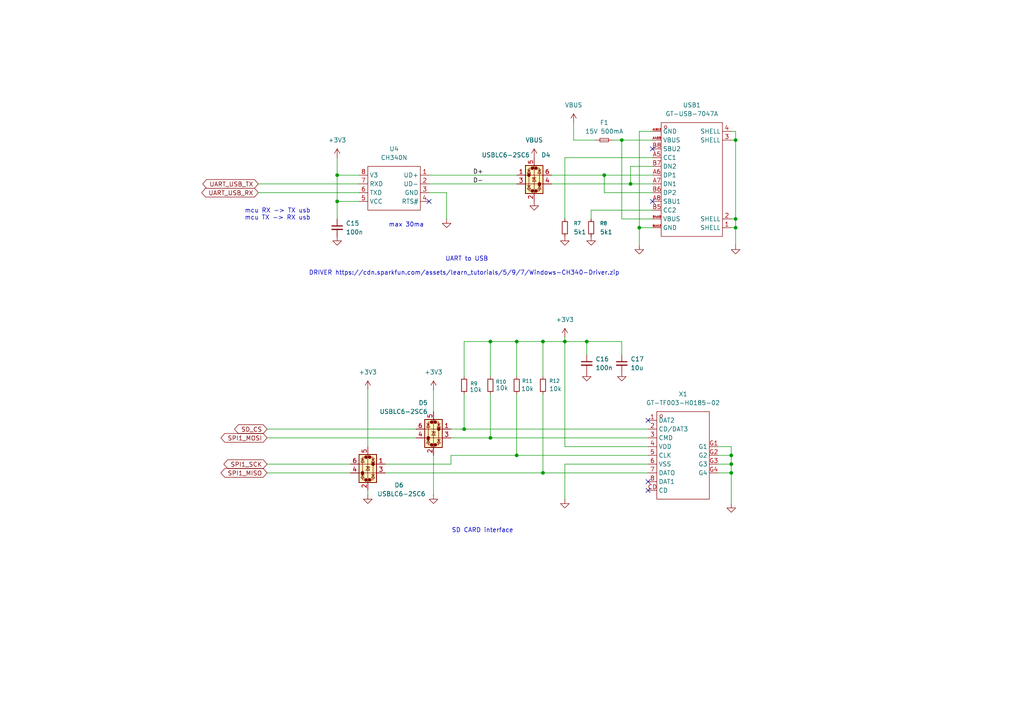
<source format=kicad_sch>
(kicad_sch (version 20250114) (generator "eeschema") (generator_version "9.0")
  (paper "A4")
  (title_block (title "Dual Channel CAN Logger") (date "2025-10-22") (rev "1.1"))
  (lib_symbols
    (symbol "Device:C_Small" (pin_numbers (hide yes)) (pin_names (offset 0.254) (hide yes))
      (property "Reference" "C" (at 0.254 1.778 0))
      (property "Value" "C_Small" (at 0.254 -2.032 0))
      (symbol "C_Small_0_1"
        (polyline (pts (xy -1.524 0.508) (xy 1.524 0.508)) (stroke (width 0.3048)))
        (polyline (pts (xy -1.524 -0.508) (xy 1.524 -0.508)) (stroke (width 0.3302)))
      )
      (symbol "C_Small_1_1"
        (pin passive line (at 0 2.54 270) (length 2.032) (name "~") (number "1"))
        (pin passive line (at 0 -2.54 90) (length 2.032) (name "~") (number "2"))
      )
    )
    (symbol "Device:Fuse_Small" (pin_numbers (hide yes)) (pin_names (offset 0.254) (hide yes))
      (property "Reference" "F" (at 0 -1.524 0))
      (property "Value" "Fuse_Small" (at 0 1.524 0))
      (symbol "Fuse_Small_0_1"
        (rectangle (start -1.27 0.508) (end 1.27 -0.508))
        (polyline (pts (xy -1.27 0) (xy 1.27 0)))
      )
      (symbol "Fuse_Small_1_1"
        (pin passive line (at -2.54 0 0) (length 1.27) (name "~") (number "1"))
        (pin passive line (at 2.54 0 180) (length 1.27) (name "~") (number "2"))
      )
    )
    (symbol "Device:R_Small" (pin_numbers (hide yes)) (pin_names (offset 0.254) (hide yes))
      (property "Reference" "R" (at 0 0 90))
      (property "Value" "R_Small" (at 1.778 0 90))
      (symbol "R_Small_0_1"
        (rectangle (start -0.762 1.778) (end 0.762 -1.778) (stroke (width 0.2032)))
      )
      (symbol "R_Small_1_1"
        (pin passive line (at 0 2.54 270) (length 0.762) (name "~") (number "1"))
        (pin passive line (at 0 -2.54 90) (length 0.762) (name "~") (number "2"))
      )
    )
    (symbol "EasyEDA_Lib:CH340N_C2977777"
      (property "Reference" "U" (at 0 0 0))
      (symbol "CH340N_C2977777_1_0"
        (rectangle (start -7.62 7.62) (end 7.62 -5.08))
        (pin unspecified line (at -10.16 5.08 0) (length 2.54) (name "UD+") (number "1"))
        (pin unspecified line (at -10.16 2.54 0) (length 2.54) (name "UD-") (number "2"))
        (pin unspecified line (at -10.16 0 0) (length 2.54) (name "GND") (number "3"))
        (pin unspecified line (at -10.16 -2.54 0) (length 2.54) (name "RTS#") (number "4"))
        (pin unspecified line (at 10.16 5.08 180) (length 2.54) (name "V3") (number "8"))
        (pin unspecified line (at 10.16 2.54 180) (length 2.54) (name "RXD") (number "7"))
        (pin unspecified line (at 10.16 0 180) (length 2.54) (name "TXD") (number "6"))
        (pin unspecified line (at 10.16 -2.54 180) (length 2.54) (name "VCC") (number "5"))
      )
    )
    (symbol "EasyEDA_Lib:GT-TF003-H0185-02"
      (property "Reference" "SIM" (at 0 0 0))
      (symbol "GT-TF003-H0185-02_1_0"
        (rectangle (start -7.62 -12.7) (end 7.62 12.7))
        (circle (center -6.35 11.43) (radius 0.381))
        (pin unspecified line (at -10.16 10.16 0) (length 2.54) (name "DAT2") (number "1"))
        (pin unspecified line (at -10.16 7.62 0) (length 2.54) (name "CD/DAT3") (number "2"))
        (pin unspecified line (at -10.16 5.08 0) (length 2.54) (name "CMD") (number "3"))
        (pin unspecified line (at -10.16 2.54 0) (length 2.54) (name "VDD") (number "4"))
        (pin unspecified line (at -10.16 0 0) (length 2.54) (name "CLK") (number "5"))
        (pin unspecified line (at -10.16 -2.54 0) (length 2.54) (name "VSS") (number "6"))
        (pin unspecified line (at -10.16 -5.08 0) (length 2.54) (name "DATO") (number "7"))
        (pin unspecified line (at -10.16 -7.62 0) (length 2.54) (name "DAT1") (number "8"))
        (pin unspecified line (at -10.16 -10.16 0) (length 2.54) (name "CD") (number "CD"))
        (pin unspecified line (at 10.16 2.54 180) (length 2.54) (name "G1") (number "G1"))
        (pin unspecified line (at 10.16 0 180) (length 2.54) (name "G2") (number "G2"))
        (pin unspecified line (at 10.16 -2.54 180) (length 2.54) (name "G3") (number "G3"))
        (pin unspecified line (at 10.16 -5.08 180) (length 2.54) (name "G4") (number "G4"))
      )
    )
    (symbol "EasyEDA_Lib:GT-USB-7047A"
      (property "Reference" "USB" (at 0 0 0))
      (symbol "GT-USB-7047A_1_0"
        (rectangle (start -10.16 -15.24) (end 7.62 17.78))
        (circle (center -8.89 16.51) (radius 0.381))
        (pin unspecified line (at -12.7 15.24 0) (length 2.54) (name "GND") (number "A1B12"))
        (pin unspecified line (at -12.7 12.7 0) (length 2.54) (name "VBUS") (number "A4B9"))
        (pin unspecified line (at -12.7 10.16 0) (length 2.54) (name "SBU2") (number "B8"))
        (pin unspecified line (at -12.7 7.62 0) (length 2.54) (name "CC1") (number "A5"))
        (pin unspecified line (at -12.7 5.08 0) (length 2.54) (name "DN2") (number "B7"))
        (pin unspecified line (at -12.7 2.54 0) (length 2.54) (name "DP1") (number "A6"))
        (pin unspecified line (at -12.7 0 0) (length 2.54) (name "DN1") (number "A7"))
        (pin unspecified line (at -12.7 -2.54 0) (length 2.54) (name "DP2") (number "B6"))
        (pin unspecified line (at -12.7 -5.08 0) (length 2.54) (name "SBU1") (number "A8"))
        (pin unspecified line (at -12.7 -7.62 0) (length 2.54) (name "CC2") (number "B5"))
        (pin unspecified line (at -12.7 -10.16 0) (length 2.54) (name "VBUS") (number "B4A9"))
        (pin unspecified line (at -12.7 -12.7 0) (length 2.54) (name "GND") (number "B1A12"))
        (pin unspecified line (at 10.16 15.24 180) (length 2.54) (name "SHELL") (number "4"))
        (pin unspecified line (at 10.16 12.7 180) (length 2.54) (name "SHELL") (number "3"))
        (pin unspecified line (at 10.16 -10.16 180) (length 2.54) (name "SHELL") (number "2"))
        (pin unspecified line (at 10.16 -12.7 180) (length 2.54) (name "SHELL") (number "1"))
      )
    )
    (symbol "Power_Protection:USBLC6-2P6" (pin_names (hide yes))
      (property "Reference" "U" (at 0.635 5.715 0))
      (property "Value" "USBLC6-2P6" (at 0.635 3.81 0))
      (symbol "USBLC6-2P6_0_0"
        (circle (center -1.524 0) (radius 0.0001) (stroke (width 0.508)))
        (circle (center -0.508 2.032) (radius 0.0001) (stroke (width 0.508)))
        (circle (center -0.508 -4.572) (radius 0.0001) (stroke (width 0.508)))
        (circle (center 0.508 2.032) (radius 0.0001) (stroke (width 0.508)))
        (circle (center 0.508 -4.572) (radius 0.0001) (stroke (width 0.508)))
        (circle (center 1.524 -2.54) (radius 0.0001) (stroke (width 0.508)))
      )
      (symbol "USBLC6-2P6_0_1"
        (polyline (pts (xy -2.54 0) (xy 2.54 0)))
        (polyline (pts (xy -2.54 -2.54) (xy 2.54 -2.54)))
        (polyline (pts (xy -2.032 0.508) (xy -1.016 0.508) (xy -1.524 1.524) (xy -2.032 0.508)))
        (polyline (pts (xy -2.032 -3.048) (xy -1.016 -3.048)))
        (polyline (pts (xy -1.016 1.524) (xy -2.032 1.524)))
        (polyline (pts (xy -1.016 -4.064) (xy -2.032 -4.064) (xy -1.524 -3.048) (xy -1.016 -4.064)))
        (polyline (pts (xy -0.508 -1.143) (xy -0.508 -0.762) (xy 0.508 -0.762)))
        (polyline (pts (xy 0 2.54) (xy -0.508 2.032) (xy 0.508 2.032) (xy 0 1.524) (xy 0 -4.064) (xy -0.508 -4.572) (xy 0.508 -4.572) (xy 0 -5.08)))
        (polyline (pts (xy 0.508 -1.778) (xy -0.508 -1.778) (xy 0 -0.762) (xy 0.508 -1.778)))
        (polyline (pts (xy 1.016 1.524) (xy 2.032 1.524)))
        (polyline (pts (xy 1.016 -3.048) (xy 2.032 -3.048)))
        (polyline (pts (xy 2.032 0.508) (xy 1.016 0.508) (xy 1.524 1.524) (xy 2.032 0.508)))
        (polyline (pts (xy 2.032 -4.064) (xy 1.016 -4.064) (xy 1.524 -3.048) (xy 2.032 -4.064)))
      )
      (symbol "USBLC6-2P6_1_1"
        (rectangle (start -2.54 2.794) (end 2.54 -5.334) (stroke (width 0.254)) (fill (type background)))
        (polyline (pts (xy -0.508 2.032) (xy -1.524 2.032) (xy -1.524 -4.572) (xy -0.508 -4.572)))
        (polyline (pts (xy 0.508 -4.572) (xy 1.524 -4.572) (xy 1.524 2.032) (xy 0.508 2.032)))
        (pin passive line (at -5.08 0 0) (length 2.54) (name "I/O1") (number "1"))
        (pin passive line (at -5.08 -2.54 0) (length 2.54) (name "I/O2") (number "3"))
        (pin passive line (at 0 5.08 270) (length 2.54) (name "VBUS") (number "5"))
        (pin passive line (at 0 -7.62 90) (length 2.54) (name "GND") (number "2"))
        (pin passive line (at 5.08 0 180) (length 2.54) (name "I/O1") (number "6"))
        (pin passive line (at 5.08 -2.54 180) (length 2.54) (name "I/O2") (number "4"))
      )
    )
    (symbol "power:+3V3" (power) (pin_numbers (hide yes)) (pin_names (offset 0) (hide yes))
      (property "Value" "+3V3" (at 0 3.556 0))
      (symbol "+3V3_0_1"
        (polyline (pts (xy -0.762 1.27) (xy 0 2.54)))
        (polyline (pts (xy 0 2.54) (xy 0.762 1.27)))
        (polyline (pts (xy 0 0) (xy 0 2.54)))
      )
      (symbol "+3V3_1_1"
        (pin power_in line (at 0 0 90) (length 0) (name "~") (number "1"))
      )
    )
    (symbol "power:GND" (power) (pin_numbers (hide yes)) (pin_names (offset 0) (hide yes))
      (property "Value" "GND" (at 0 -3.81 0))
      (symbol "GND_0_1"
        (polyline (pts (xy 0 0) (xy 0 -1.27) (xy 1.27 -1.27) (xy 0 -2.54) (xy -1.27 -1.27) (xy 0 -1.27)))
      )
      (symbol "GND_1_1"
        (pin power_in line (at 0 0 270) (length 0) (name "~") (number "1"))
      )
    )
    (symbol "power:VBUS" (power) (pin_numbers (hide yes)) (pin_names (offset 0) (hide yes))
      (property "Value" "VBUS" (at 0 3.556 0))
      (symbol "VBUS_0_1"
        (polyline (pts (xy -0.762 1.27) (xy 0 2.54)))
        (polyline (pts (xy 0 2.54) (xy 0.762 1.27)))
        (polyline (pts (xy 0 0) (xy 0 2.54)))
      )
      (symbol "VBUS_1_1"
        (pin power_in line (at 0 0 90) (length 0) (name "~") (number "1"))
      )
    )
  )
  (text "SD CARD interface" (at 139.954 153.924 0) (effects (font (size 1.27 1.27))))
  (text "DRIVER https://cdn.sparkfun.com/assets/learn_tutorials/5/9/7/Windows-CH340-Driver.zip" (at 134.62 79.248 0) (effects (font (size 1.27 1.27))))
  (text "max 30ma" (at 117.856 65.278 0) (effects (font (size 1.27 1.27))))
  (text "mcu RX -> TX usb\nmcu TX -> RX usb" (at 80.518 62.23 0) (effects (font (size 1.27 1.27))))
  (text "UART to USB\n" (at 135.382 75.184 0) (effects (font (size 1.27 1.27))))
  (junction (at 157.48 99.06))
  (junction (at 212.09 132.08))
  (junction (at 213.36 63.5))
  (junction (at 175.26 50.8))
  (junction (at 213.36 66.04))
  (junction (at 170.18 99.06))
  (junction (at 180.34 40.64))
  (junction (at 97.79 50.8))
  (junction (at 142.24 99.06))
  (junction (at 213.36 40.64))
  (junction (at 182.88 53.34))
  (junction (at 185.42 66.04))
  (junction (at 212.09 134.62))
  (junction (at 212.09 137.16))
  (junction (at 134.62 124.46))
  (junction (at 97.79 58.42))
  (junction (at 157.48 137.16))
  (junction (at 149.86 99.06))
  (junction (at 163.83 99.06))
  (junction (at 149.86 132.08))
  (junction (at 142.24 127))
  (no_connect (at 124.46 58.42))
  (no_connect (at 187.96 142.24))
  (no_connect (at 187.96 139.7))
  (no_connect (at 187.96 121.92))
  (no_connect (at 189.23 58.42))
  (no_connect (at 189.23 43.18))
  (wire (pts (xy 74.93 53.34) (xy 104.14 53.34)))
  (wire (pts (xy 129.54 55.88) (xy 129.54 63.5)))
  (wire (pts (xy 212.09 40.64) (xy 213.36 40.64)))
  (wire (pts (xy 97.79 63.5) (xy 97.79 58.42)))
  (wire (pts (xy 175.26 55.88) (xy 175.26 50.8)))
  (wire (pts (xy 124.46 53.34) (xy 149.86 53.34)))
  (wire (pts (xy 213.36 66.04) (xy 213.36 71.12)))
  (wire (pts (xy 166.37 35.56) (xy 166.37 40.64)))
  (wire (pts (xy 212.09 137.16) (xy 212.09 146.05)))
  (wire (pts (xy 170.18 99.06) (xy 163.83 99.06)))
  (wire (pts (xy 124.46 55.88) (xy 129.54 55.88)))
  (wire (pts (xy 208.28 137.16) (xy 212.09 137.16)))
  (wire (pts (xy 163.83 45.72) (xy 163.83 63.5)))
  (wire (pts (xy 180.34 102.87) (xy 180.34 99.06)))
  (wire (pts (xy 189.23 38.1) (xy 185.42 38.1)))
  (wire (pts (xy 142.24 99.06) (xy 142.24 109.22)))
  (wire (pts (xy 182.88 48.26) (xy 182.88 53.34)))
  (wire (pts (xy 77.47 124.46) (xy 120.65 124.46)))
  (wire (pts (xy 182.88 53.34) (xy 189.23 53.34)))
  (wire (pts (xy 208.28 132.08) (xy 212.09 132.08)))
  (wire (pts (xy 187.96 129.54) (xy 163.83 129.54)))
  (wire (pts (xy 142.24 127) (xy 187.96 127)))
  (wire (pts (xy 134.62 109.22) (xy 134.62 99.06)))
  (wire (pts (xy 212.09 129.54) (xy 212.09 132.08)))
  (wire (pts (xy 124.46 50.8) (xy 149.86 50.8)))
  (wire (pts (xy 177.8 40.64) (xy 180.34 40.64)))
  (wire (pts (xy 163.83 97.79) (xy 163.83 99.06)))
  (wire (pts (xy 160.02 53.34) (xy 182.88 53.34)))
  (wire (pts (xy 134.62 124.46) (xy 187.96 124.46)))
  (wire (pts (xy 157.48 99.06) (xy 163.83 99.06)))
  (wire (pts (xy 163.83 134.62) (xy 163.83 144.78)))
  (wire (pts (xy 97.79 45.72) (xy 97.79 50.8)))
  (wire (pts (xy 189.23 63.5) (xy 180.34 63.5)))
  (wire (pts (xy 125.73 113.03) (xy 125.73 119.38)))
  (wire (pts (xy 213.36 38.1) (xy 213.36 40.64)))
  (wire (pts (xy 212.09 134.62) (xy 212.09 137.16)))
  (wire (pts (xy 142.24 114.3) (xy 142.24 127)))
  (wire (pts (xy 157.48 99.06) (xy 157.48 109.22)))
  (wire (pts (xy 125.73 143.51) (xy 125.73 132.08)))
  (wire (pts (xy 74.93 55.88) (xy 104.14 55.88)))
  (wire (pts (xy 106.68 113.03) (xy 106.68 129.54)))
  (wire (pts (xy 171.45 60.96) (xy 171.45 63.5)))
  (wire (pts (xy 212.09 132.08) (xy 212.09 134.62)))
  (wire (pts (xy 130.81 134.62) (xy 111.76 134.62)))
  (wire (pts (xy 208.28 129.54) (xy 212.09 129.54)))
  (wire (pts (xy 77.47 127) (xy 120.65 127)))
  (wire (pts (xy 149.86 114.3) (xy 149.86 132.08)))
  (wire (pts (xy 149.86 99.06) (xy 157.48 99.06)))
  (wire (pts (xy 187.96 132.08) (xy 149.86 132.08)))
  (wire (pts (xy 208.28 134.62) (xy 212.09 134.62)))
  (wire (pts (xy 189.23 60.96) (xy 171.45 60.96)))
  (wire (pts (xy 130.81 127) (xy 142.24 127)))
  (wire (pts (xy 189.23 55.88) (xy 175.26 55.88)))
  (wire (pts (xy 149.86 99.06) (xy 149.86 109.22)))
  (wire (pts (xy 189.23 40.64) (xy 180.34 40.64)))
  (wire (pts (xy 97.79 50.8) (xy 104.14 50.8)))
  (wire (pts (xy 166.37 40.64) (xy 172.72 40.64)))
  (wire (pts (xy 212.09 63.5) (xy 213.36 63.5)))
  (wire (pts (xy 111.76 137.16) (xy 157.48 137.16)))
  (wire (pts (xy 185.42 66.04) (xy 189.23 66.04)))
  (wire (pts (xy 134.62 99.06) (xy 142.24 99.06)))
  (wire (pts (xy 185.42 38.1) (xy 185.42 66.04)))
  (wire (pts (xy 175.26 50.8) (xy 189.23 50.8)))
  (wire (pts (xy 213.36 40.64) (xy 213.36 63.5)))
  (wire (pts (xy 130.81 124.46) (xy 134.62 124.46)))
  (wire (pts (xy 77.47 137.16) (xy 101.6 137.16)))
  (wire (pts (xy 106.68 143.51) (xy 106.68 142.24)))
  (wire (pts (xy 157.48 114.3) (xy 157.48 137.16)))
  (wire (pts (xy 189.23 48.26) (xy 182.88 48.26)))
  (wire (pts (xy 185.42 66.04) (xy 185.42 71.12)))
  (wire (pts (xy 180.34 40.64) (xy 180.34 63.5)))
  (wire (pts (xy 180.34 99.06) (xy 170.18 99.06)))
  (wire (pts (xy 212.09 38.1) (xy 213.36 38.1)))
  (wire (pts (xy 149.86 132.08) (xy 130.81 132.08)))
  (wire (pts (xy 170.18 99.06) (xy 170.18 102.87)))
  (wire (pts (xy 104.14 58.42) (xy 97.79 58.42)))
  (wire (pts (xy 212.09 66.04) (xy 213.36 66.04)))
  (wire (pts (xy 189.23 45.72) (xy 163.83 45.72)))
  (wire (pts (xy 160.02 50.8) (xy 175.26 50.8)))
  (wire (pts (xy 163.83 99.06) (xy 163.83 129.54)))
  (wire (pts (xy 134.62 114.3) (xy 134.62 124.46)))
  (wire (pts (xy 187.96 134.62) (xy 163.83 134.62)))
  (wire (pts (xy 77.47 134.62) (xy 101.6 134.62)))
  (wire (pts (xy 213.36 63.5) (xy 213.36 66.04)))
  (wire (pts (xy 97.79 50.8) (xy 97.79 58.42)))
  (wire (pts (xy 157.48 137.16) (xy 187.96 137.16)))
  (wire (pts (xy 130.81 132.08) (xy 130.81 134.62)))
  (wire (pts (xy 142.24 99.06) (xy 149.86 99.06)))
  (label "D+" (at 137.16 50.8 0))
  (label "D-" (at 137.16 53.34 0))
  (global_label "SPI1_SCK" (shape bidirectional) (at 77.47 134.62 180) (property "Intersheetrefs" "${INTERSHEET_REFS}" (effects (hide yes))))
  (global_label "SPI1_MOSI" (shape bidirectional) (at 77.47 127 180) (property "Intersheetrefs" "${INTERSHEET_REFS}" (effects (hide yes))))
  (global_label "SD_CS" (shape bidirectional) (at 77.47 124.46 180) (property "Intersheetrefs" "${INTERSHEET_REFS}" (effects (hide yes))))
  (global_label "UART_USB_TX" (shape bidirectional) (at 74.93 53.34 180) (property "Intersheetrefs" "${INTERSHEET_REFS}" (effects (hide yes))))
  (global_label "UART_USB_RX" (shape bidirectional) (at 74.93 55.88 180) (property "Intersheetrefs" "${INTERSHEET_REFS}" (effects (hide yes))))
  (global_label "SPI1_MISO" (shape bidirectional) (at 77.47 137.16 180) (property "Intersheetrefs" "${INTERSHEET_REFS}" (effects (hide yes))))
  (symbol (lib_id "power:GND") (at 213.36 71.12 0) (unit 1)
    (property "Reference" "#PWR035" (effects (hide yes)))
    (property "Value" "GND" (effects (hide yes)))
    (property "Description" "Power symbol creates a global label with name \"GND\" , ground" (effects (hide yes)))
  )
  (symbol (lib_id "power:GND") (at 163.83 68.58 0) (unit 1)
    (property "Reference" "#PWR032" (effects (hide yes)))
    (property "Value" "GND" (effects (hide yes)))
    (property "Description" "Power symbol creates a global label with name \"GND\" , ground" (effects (hide yes)))
  )
  (symbol (lib_id "Device:R_Small") (at 142.24 111.76 0) (unit 1)
    (property "Reference" "R10" (at 143.764 110.744 0) (effects (font (size 1.016 1.016)) (justify left)))
    (property "Value" "10k" (at 143.764 112.522 0) (effects (justify left)))
    (property "Footprint" "EasyEDA_Lib:R0603" (effects (hide yes)))
    (property "Datasheet" "https://www.lcsc.com/datasheet/C25804.pdf" (effects (hide yes)))
    (property "Description" "100mW 10kΩ 75V ±100ppm/℃ Thick Film Resistor ±1% 0603 Chip Resistor - Surface Mount RoHS" (effects (hide yes)))
    (property "Supplier" "LCSC" (effects (hide yes)))
    (property "Supplier Part" "C25804" (effects (hide yes)))
  )
  (symbol (lib_id "Power_Protection:USBLC6-2P6") (at 106.68 134.62 0) (mirror y) (unit 1)
    (property "Reference" "D6" (at 117.094 140.716 0) (effects (justify left)))
    (property "Value" "USBLC6-2SC6" (at 123.444 143.256 0) (effects (justify left)))
    (property "Footprint" "EasyEDA_Lib:SOT-23-6_L2.9-W1.6-P0.95-LS2.8-BL" (effects (hide yes)))
    (property "Datasheet" "https://www.st.com/resource/en/datasheet/usblc6-2.pdf" (effects (hide yes)))
    (property "Description" "Very low capacitance ESD protection diode, 2 data-line, SOT-666" (effects (hide yes)))
    (property "Manufacturer Part" "USBLC6-2SC6" (effects (hide yes)))
    (property "Manufacturer" "ST(意法半导体)" (effects (hide yes)))
    (property "Supplier Part" "C7519" (effects (hide yes)))
    (property "Supplier" "LCSC" (effects (hide yes)))
    (property "LCSC Part Name" "单向ESD" (effects (hide yes)))
  )
  (symbol (lib_id "power:+3V3") (at 125.73 113.03 0) (unit 1)
    (property "Reference" "#PWR040" (effects (hide yes)))
    (property "Value" "+3V3" (at 125.73 107.95 0))
    (property "Description" "Power symbol creates a global label with name \"+3V3\"" (effects (hide yes)))
  )
  (symbol (lib_id "power:GND") (at 125.73 143.51 0) (unit 1)
    (property "Reference" "#PWR042" (effects (hide yes)))
    (property "Value" "GND" (effects (hide yes)))
    (property "Description" "Power symbol creates a global label with name \"GND\" , ground" (effects (hide yes)))
  )
  (symbol (lib_id "power:GND") (at 180.34 107.95 0) (unit 1)
    (property "Reference" "#PWR038" (effects (hide yes)))
    (property "Value" "GND" (effects (hide yes)))
    (property "Description" "Power symbol creates a global label with name \"GND\" , ground" (effects (hide yes)))
  )
  (symbol (lib_id "power:GND") (at 171.45 68.58 0) (unit 1)
    (property "Reference" "#PWR033" (effects (hide yes)))
    (property "Value" "GND" (effects (hide yes)))
    (property "Description" "Power symbol creates a global label with name \"GND\" , ground" (effects (hide yes)))
  )
  (symbol (lib_id "Device:R_Small") (at 163.83 66.04 0) (unit 1)
    (property "Reference" "R7" (at 166.37 64.7699 0) (effects (font (size 1.016 1.016)) (justify left)))
    (property "Value" "5k1" (at 166.37 67.3099 0) (effects (justify left)))
    (property "Footprint" "EasyEDA_Lib:R0603" (effects (hide yes)))
    (property "Datasheet" "https://www.lcsc.com/datasheet/C23186.pdf" (effects (hide yes)))
    (property "Description" "100mW 5.1kΩ 75V ±100ppm/℃ Thick Film Resistor ±1% 0603 Chip Resistor - Surface Mount RoHS" (effects (hide yes)))
    (property "Supplier" "LCSC" (effects (hide yes)))
    (property "Supplier Part" "C23186" (effects (hide yes)))
  )
  (symbol (lib_id "power:GND") (at 170.18 107.95 0) (unit 1)
    (property "Reference" "#PWR037" (effects (hide yes)))
    (property "Value" "GND" (effects (hide yes)))
    (property "Description" "Power symbol creates a global label with name \"GND\" , ground" (effects (hide yes)))
  )
  (symbol (lib_id "power:GND") (at 212.09 146.05 0) (unit 1)
    (property "Reference" "#PWR044" (effects (hide yes)))
    (property "Value" "GND" (effects (hide yes)))
    (property "Description" "Power symbol creates a global label with name \"GND\" , ground" (effects (hide yes)))
  )
  (symbol (lib_id "Device:R_Small") (at 134.62 111.76 0) (unit 1)
    (property "Reference" "R9" (at 136.398 111.252 0) (effects (font (size 1.016 1.016)) (justify left)))
    (property "Value" "10k" (at 136.144 113.03 0) (effects (justify left)))
    (property "Footprint" "EasyEDA_Lib:R0603" (effects (hide yes)))
    (property "Datasheet" "https://www.lcsc.com/datasheet/C25804.pdf" (effects (hide yes)))
    (property "Description" "100mW 10kΩ 75V ±100ppm/℃ Thick Film Resistor ±1% 0603 Chip Resistor - Surface Mount RoHS" (effects (hide yes)))
    (property "Supplier" "LCSC" (effects (hide yes)))
    (property "Supplier Part" "C25804" (effects (hide yes)))
  )
  (symbol (lib_id "power:GND") (at 163.83 144.78 0) (unit 1)
    (property "Reference" "#PWR043" (effects (hide yes)))
    (property "Value" "GND" (effects (hide yes)))
    (property "Description" "Power symbol creates a global label with name \"GND\" , ground" (effects (hide yes)))
  )
  (symbol (lib_id "power:GND") (at 129.54 63.5 0) (unit 1)
    (property "Reference" "#PWR030" (effects (hide yes)))
    (property "Value" "GND" (effects (hide yes)))
    (property "Description" "Power symbol creates a global label with name \"GND\" , ground" (effects (hide yes)))
  )
  (symbol (lib_id "power:GND") (at 106.68 143.51 0) (unit 1)
    (property "Reference" "#PWR041" (effects (hide yes)))
    (property "Value" "GND" (effects (hide yes)))
    (property "Description" "Power symbol creates a global label with name \"GND\" , ground" (effects (hide yes)))
  )
  (symbol (lib_id "power:+3V3") (at 163.83 97.79 0) (unit 1)
    (property "Reference" "#PWR036" (effects (hide yes)))
    (property "Value" "+3V3" (at 163.83 92.71 0))
    (property "Description" "Power symbol creates a global label with name \"+3V3\"" (effects (hide yes)))
  )
  (symbol (lib_id "EasyEDA_Lib:CH340N_C2977777") (at 114.3 55.88 0) (mirror y) (unit 1)
    (property "Reference" "U4" (at 114.3 43.18 0))
    (property "Value" "CH340N" (at 114.3 45.72 0))
    (property "Footprint" "EasyEDA_Lib:SOP-8_L4.9-W3.9-P1.27-LS6.0-BL" (effects (hide yes)))
    (property "Datasheet" "https://atta.szlcsc.com/upload/public/pdf/source/20240313/115CDE92081B1D6CB446704AD5D0F5F2.pdf" (effects (hide yes)))
    (property "Description" "Applications Function:USB to serial Protocol: Number of Channels:1 Voltage - Supply:3.3V；5V Voltage - Supply:3.3V；5V Data Rate:2Mbps Operating Temperature:-20°C~+70°C Operating Temperature:-20°C~+70°C" (effects (hide yes)))
    (property "Manufacturer Part" "CH340N" (effects (hide yes)))
    (property "Manufacturer" "WCH(南京沁恒)" (effects (hide yes)))
    (property "Supplier Part" "C2977777" (effects (hide yes)))
    (property "Supplier" "LCSC" (effects (hide yes)))
    (property "LCSC Part Name" "USB2.0芯片CH340" (effects (hide yes)))
  )
  (symbol (lib_id "Device:C_Small") (at 97.79 66.04 0) (unit 1)
    (property "Reference" "C15" (at 100.33 64.7762 0) (effects (justify left)))
    (property "Value" "100n" (at 100.33 67.3162 0) (effects (justify left)))
    (property "Footprint" "EasyEDA_Lib:C0603" (effects (hide yes)))
    (property "Description" "Unpolarized capacitor, small symbol" (effects (hide yes)))
    (property "Supplier" "LCSC" (effects (hide yes)))
    (property "Supplier Part" "C14663" (effects (hide yes)))
  )
  (symbol (lib_id "power:GND") (at 97.79 68.58 0) (unit 1)
    (property "Reference" "#PWR031" (effects (hide yes)))
    (property "Value" "GND" (effects (hide yes)))
    (property "Description" "Power symbol creates a global label with name \"GND\" , ground" (effects (hide yes)))
  )
  (symbol (lib_id "power:VBUS") (at 154.94 45.72 0) (unit 1)
    (property "Reference" "#PWR028" (effects (hide yes)))
    (property "Value" "VBUS" (at 154.94 40.64 0))
    (property "Description" "Power symbol creates a global label with name \"VBUS\"" (effects (hide yes)))
  )
  (symbol (lib_id "Device:R_Small") (at 171.45 66.04 0) (unit 1)
    (property "Reference" "R8" (at 173.99 64.7699 0) (effects (font (size 1.016 1.016)) (justify left)))
    (property "Value" "5k1" (at 173.99 67.3099 0) (effects (justify left)))
    (property "Footprint" "EasyEDA_Lib:R0603" (effects (hide yes)))
    (property "Datasheet" "https://www.lcsc.com/datasheet/C23186.pdf" (effects (hide yes)))
    (property "Description" "100mW 5.1kΩ 75V ±100ppm/℃ Thick Film Resistor ±1% 0603 Chip Resistor - Surface Mount RoHS" (effects (hide yes)))
    (property "Supplier" "LCSC" (effects (hide yes)))
    (property "Supplier Part" "C23186" (effects (hide yes)))
  )
  (symbol (lib_id "Device:C_Small") (at 180.34 105.41 0) (unit 1)
    (property "Reference" "C17" (at 182.88 104.1462 0) (effects (justify left)))
    (property "Value" "10u" (at 182.88 106.6862 0) (effects (justify left)))
    (property "Footprint" "EasyEDA_Lib:C0805" (effects (hide yes)))
    (property "Description" "Unpolarized capacitor, small symbol" (effects (hide yes)))
    (property "Supplier" "LCSC" (effects (hide yes)))
    (property "Supplier Part" "C15850" (effects (hide yes)))
  )
  (symbol (lib_id "Device:R_Small") (at 149.86 111.76 0) (unit 1)
    (property "Reference" "R11" (at 151.384 110.49 0) (effects (font (size 1.016 1.016)) (justify left)))
    (property "Value" "10k" (at 151.13 112.776 0) (effects (justify left)))
    (property "Footprint" "EasyEDA_Lib:R0603" (effects (hide yes)))
    (property "Datasheet" "https://www.lcsc.com/datasheet/C25804.pdf" (effects (hide yes)))
    (property "Description" "100mW 10kΩ 75V ±100ppm/℃ Thick Film Resistor ±1% 0603 Chip Resistor - Surface Mount RoHS" (effects (hide yes)))
    (property "Supplier" "LCSC" (effects (hide yes)))
    (property "Supplier Part" "C25804" (effects (hide yes)))
  )
  (symbol (lib_id "EasyEDA_Lib:GT-USB-7047A") (at 201.93 53.34 0) (unit 1)
    (property "Reference" "USB1" (at 200.66 30.48 0))
    (property "Value" "GT-USB-7047A" (at 200.66 33.02 0))
    (property "Footprint" "EasyEDA_Lib:USB-C-SMD_GT-USB-7047A" (effects (hide yes)))
    (property "Datasheet" "https://atta.szlcsc.com/upload/public/pdf/source/20231219/24E624EB9DE46AB785D7B5DEC52507E7.pdf" (effects (hide yes)))
    (property "Description" "Connector Type:Type-C Standard:USB 2.0 Gender:Female Mounting Style:Horizontal attachment Number of Contacts:16P Number of Ports:1 Current Rating - Power (Max):5A Rated Voltage (Max):24V Connect-Disconnect Life:10,000 times Center Height:1.63mm Length:7.3" (effects (hide yes)))
    (property "Manufacturer Part" "GT-USB-7047A" (effects (hide yes)))
    (property "Manufacturer" "G-Switch(品赞)" (effects (hide yes)))
    (property "Supplier Part" "C963216" (effects (hide yes)))
    (property "Supplier" "LCSC" (effects (hide yes)))
    (property "LCSC Part Name" "Type-C 母 卧贴" (effects (hide yes)))
  )
  (symbol (lib_id "Power_Protection:USBLC6-2P6") (at 125.73 124.46 0) (mirror y) (unit 1)
    (property "Reference" "D5" (at 124.0789 116.84 0) (effects (justify left)))
    (property "Value" "USBLC6-2SC6" (at 124.0789 119.38 0) (effects (justify left)))
    (property "Footprint" "EasyEDA_Lib:SOT-23-6_L2.9-W1.6-P0.95-LS2.8-BL" (effects (hide yes)))
    (property "Datasheet" "https://www.st.com/resource/en/datasheet/usblc6-2.pdf" (effects (hide yes)))
    (property "Description" "Very low capacitance ESD protection diode, 2 data-line, SOT-666" (effects (hide yes)))
    (property "Manufacturer Part" "USBLC6-2SC6" (effects (hide yes)))
    (property "Manufacturer" "ST(意法半导体)" (effects (hide yes)))
    (property "Supplier Part" "C7519" (effects (hide yes)))
    (property "Supplier" "LCSC" (effects (hide yes)))
    (property "LCSC Part Name" "单向ESD" (effects (hide yes)))
  )
  (symbol (lib_id "Device:Fuse_Small") (at 175.26 40.64 0) (unit 1)
    (property "Reference" "F1" (at 175.26 35.56 0))
    (property "Value" "15V 500mA" (at 175.26 38.1 0))
    (property "Footprint" "EasyEDA_Lib:F1812" (effects (hide yes)))
    (property "Description" "Fuse, small symbol" (effects (hide yes)))
    (property "Manufacturer Part" "SMD1812P050TF" (effects (hide yes)))
    (property "Manufacturer" "RUILON(瑞隆源)" (effects (hide yes)))
    (property "Supplier Part" "C12558" (effects (hide yes)))
    (property "Supplier" "LCSC" (effects (hide yes)))
    (property "LCSC Part Name" "15V 500mA 1812自恢复" (effects (hide yes)))
  )
  (symbol (lib_id "power:GND") (at 185.42 71.12 0) (unit 1)
    (property "Reference" "#PWR034" (effects (hide yes)))
    (property "Value" "GND" (effects (hide yes)))
    (property "Description" "Power symbol creates a global label with name \"GND\" , ground" (effects (hide yes)))
  )
  (symbol (lib_id "power:+3V3") (at 106.68 113.03 0) (unit 1)
    (property "Reference" "#PWR039" (effects (hide yes)))
    (property "Value" "+3V3" (at 106.68 107.95 0))
    (property "Description" "Power symbol creates a global label with name \"+3V3\"" (effects (hide yes)))
  )
  (symbol (lib_id "power:+3V3") (at 97.79 45.72 0) (unit 1)
    (property "Reference" "#PWR027" (effects (hide yes)))
    (property "Value" "+3V3" (at 97.79 40.64 0))
    (property "Description" "Power symbol creates a global label with name \"+3V3\"" (effects (hide yes)))
  )
  (symbol (lib_id "power:GND") (at 154.94 58.42 0) (unit 1)
    (property "Reference" "#PWR029" (effects (hide yes)))
    (property "Value" "GND" (effects (hide yes)))
    (property "Description" "Power symbol creates a global label with name \"GND\" , ground" (effects (hide yes)))
  )
  (symbol (lib_id "EasyEDA_Lib:GT-TF003-H0185-02") (at 198.12 132.08 0) (unit 1)
    (property "Reference" "X1" (at 198.12 114.3 0))
    (property "Value" "GT-TF003-H0185-02" (at 198.12 116.84 0))
    (property "Footprint" "canlogger_custom_lib:SIM-SMD_GT-TF003-H0185-02" (effects (hide yes)))
    (property "Datasheet" "https://item.szlcsc.com/datasheet/GT-TF003-H0185-02/5785317.html" (effects (hide yes)))
    (property "Description" "Card Connection Mode:Push-Push Card Type:MicroSD Card (TF Card) Connector Type:Connector and Ejector Height Above Board:1.85mm Operating Temperature:-40°C~+90°C Operating Temperature:-40°C~+90°C" (effects (hide yes)))
    (property "Manufacturer Part" "GT-TF003-H0185-02" (effects (hide yes)))
    (property "Manufacturer" "G-Switch(品赞)" (effects (hide yes)))
    (property "Supplier Part" "C5155564" (effects (hide yes)))
    (property "Supplier" "LCSC" (effects (hide yes)))
    (property "LCSC Part Name" "自弹式 MicroSD卡(TF卡) 卡座" (effects (hide yes)))
  )
  (symbol (lib_id "Device:R_Small") (at 157.48 111.76 0) (unit 1)
    (property "Reference" "R12" (at 159.258 110.49 0) (effects (font (size 1.016 1.016)) (justify left)))
    (property "Value" "10k" (at 159.258 112.776 0) (effects (justify left)))
    (property "Footprint" "EasyEDA_Lib:R0603" (effects (hide yes)))
    (property "Datasheet" "https://www.lcsc.com/datasheet/C25804.pdf" (effects (hide yes)))
    (property "Description" "100mW 10kΩ 75V ±100ppm/℃ Thick Film Resistor ±1% 0603 Chip Resistor - Surface Mount RoHS" (effects (hide yes)))
    (property "Supplier" "LCSC" (effects (hide yes)))
    (property "Supplier Part" "C25804" (effects (hide yes)))
  )
  (symbol (lib_id "Device:C_Small") (at 170.18 105.41 0) (unit 1)
    (property "Reference" "C16" (at 172.72 104.1462 0) (effects (justify left)))
    (property "Value" "100n" (at 172.72 106.6862 0) (effects (justify left)))
    (property "Footprint" "EasyEDA_Lib:C0603" (effects (hide yes)))
    (property "Description" "Unpolarized capacitor, small symbol" (effects (hide yes)))
    (property "Supplier" "LCSC" (effects (hide yes)))
    (property "Supplier Part" "C14663" (effects (hide yes)))
  )
  (symbol (lib_id "power:VBUS") (at 166.37 35.56 0) (unit 1)
    (property "Reference" "#PWR026" (effects (hide yes)))
    (property "Value" "VBUS" (at 166.37 30.48 0))
    (property "Description" "Power symbol creates a global label with name \"VBUS\"" (effects (hide yes)))
  )
  (symbol (lib_id "Power_Protection:USBLC6-2P6") (at 154.94 50.8 0) (unit 1)
    (property "Reference" "D4" (at 156.972 44.958 0) (effects (justify left)))
    (property "Value" "USBLC6-2SC6" (at 139.7 44.958 0) (effects (justify left)))
    (property "Footprint" "EasyEDA_Lib:SOT-23-6_L2.9-W1.6-P0.95-LS2.8-BL" (effects (hide yes)))
    (property "Datasheet" "https://www.st.com/resource/en/datasheet/usblc6-2.pdf" (effects (hide yes)))
    (property "Description" "Very low capacitance ESD protection diode, 2 data-line, SOT-666" (effects (hide yes)))
    (property "Manufacturer Part" "USBLC6-2SC6" (effects (hide yes)))
    (property "Manufacturer" "ST(意法半导体)" (effects (hide yes)))
    (property "Supplier Part" "C7519" (effects (hide yes)))
    (property "Supplier" "LCSC" (effects (hide yes)))
    (property "LCSC Part Name" "单向ESD" (effects (hide yes)))
  )
)
</source>
